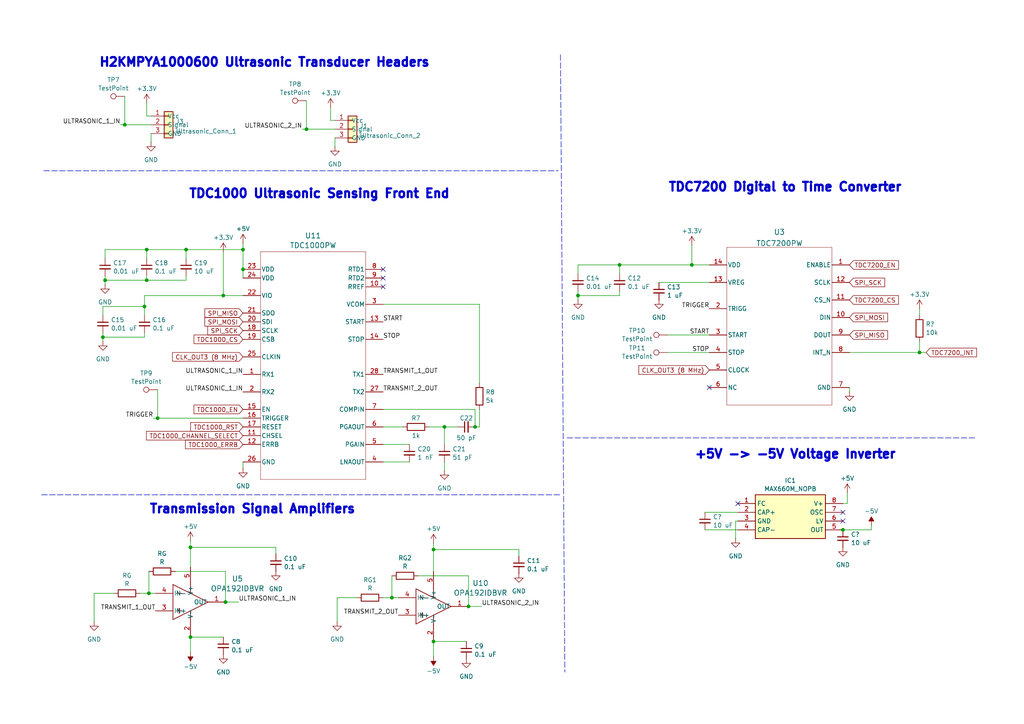
<source format=kicad_sch>
(kicad_sch (version 20231120) (generator "eeschema") (generator_version "8.0")
  (paper "A4")
  (lib_symbols
    (symbol "Connector:TestPoint" (pin_numbers hide) (pin_names (offset 0.762) hide)
      (property "Reference" "TP" (at 0 6.858 0))
      (property "Value" "TestPoint" (at 0 5.08 0))
      (symbol "TestPoint_0_1"
        (circle (center 0 3.302) (radius 0.762))
      )
      (symbol "TestPoint_1_1"
        (pin passive line (at 0 0 90) (length 2.54) (name "1") (number "1"))
      )
    )
    (symbol "Connector_Generic:Conn_01x03" (pin_names (offset 1.016))
      (property "Reference" "J?" (at 2.032 0.9085 0))
      (property "Value" "Ultrasonic_Conn" (at 2.032 -1.8666 0))
      (symbol "Conn_01x03_1_1"
        (rectangle (start -1.27 -2.413) (end 0 -2.667) (stroke (width 0.1524)))
        (rectangle (start -1.27 0.127) (end 0 -0.127) (stroke (width 0.1524)))
        (rectangle (start -1.27 2.667) (end 0 2.413) (stroke (width 0.1524)))
        (rectangle (start -1.27 3.81) (end 1.27 -3.81) (stroke (width 0.254)) (fill (type background)))
        (pin passive line (at -5.08 2.54 0) (length 3.81) (name "Vcc") (number "1"))
        (pin passive line (at -5.08 0 0) (length 3.81) (name "Signal") (number "2"))
        (pin passive line (at -5.08 -2.54 0) (length 3.81) (name "GND") (number "3"))
      )
    )
    (symbol "Device:C_Small" (pin_numbers hide) (pin_names (offset 0.254) hide)
      (property "Reference" "C" (at 0.254 1.778 0))
      (property "Value" "C_Small" (at 0.254 -2.032 0))
      (symbol "C_Small_0_1"
        (polyline (pts (xy -1.524 -0.508) (xy 1.524 -0.508)) (stroke (width 0.3302)))
        (polyline (pts (xy -1.524 0.508) (xy 1.524 0.508)) (stroke (width 0.3048)))
      )
      (symbol "C_Small_1_1"
        (pin passive line (at 0 2.54 270) (length 2.032) (name "~") (number "1"))
        (pin passive line (at 0 -2.54 90) (length 2.032) (name "~") (number "2"))
      )
    )
    (symbol "Device:R" (pin_numbers hide) (pin_names (offset 0))
      (property "Reference" "R" (at 2.032 0 90))
      (property "Value" "R" (at 0 0 90))
      (symbol "R_0_1"
        (rectangle (start -1.016 -2.54) (end 1.016 2.54) (stroke (width 0.254)))
      )
      (symbol "R_1_1"
        (pin passive line (at 0 3.81 270) (length 1.27) (name "~") (number "1"))
        (pin passive line (at 0 -3.81 90) (length 1.27) (name "~") (number "2"))
      )
    )
    (symbol "OPA192 AMP:OPA192IDBVR" (pin_names (offset 0.254))
      (property "Reference" "U" (at 0 2.54 0))
      (property "Value" "OPA192IDBVR" (at 0 0 0))
      (symbol "OPA192IDBVR_0_1"
        (polyline (pts (xy 0 -10.16) (xy 10.16 -5.08)) (stroke (width 0.2032)))
        (polyline (pts (xy 0 0) (xy 0 -10.16)) (stroke (width 0.2032)))
        (polyline (pts (xy 0 0) (xy 10.16 -5.08)) (stroke (width 0.2032)))
        (polyline (pts (xy 1.016 -7.62) (xy 2.54 -7.62)) (stroke (width 0.2032)))
        (polyline (pts (xy 1.016 -2.54) (xy 2.54 -2.54)) (stroke (width 0.2032)))
        (polyline (pts (xy 1.778 -6.858) (xy 1.778 -8.382)) (stroke (width 0.2032)))
        (polyline (pts (xy 5.08 -7.62) (xy 5.08 -10.16)) (stroke (width 0.2032)))
        (polyline (pts (xy 5.08 0) (xy 5.08 -2.54)) (stroke (width 0.2032)))
        (pin output line (at 15.24 -5.08 180) (length 5.08) (name "OUT") (number "1"))
        (pin power_in line (at 5.08 -15.24 90) (length 5.08) (name "V-") (number "2"))
        (pin input line (at -5.08 -7.62 0) (length 5.08) (name "IN+") (number "3"))
        (pin input line (at -5.08 -2.54 0) (length 5.08) (name "IN-") (number "4"))
        (pin power_in line (at 5.08 5.08 270) (length 5.08) (name "V+") (number "5"))
      )
    )
    (symbol "TDC1000:TDC1000PW" (pin_names (offset 0.254))
      (property "Reference" "U" (at 0 2.54 0))
      (property "Value" "TDC1000PW" (at 0 0 0))
      (symbol "TDC1000PW_0_1"
        (polyline (pts (xy -15.24 -33.02) (xy 15.24 -33.02)) (stroke (width 0.1016)))
        (polyline (pts (xy -15.24 33.02) (xy -15.24 -33.02)) (stroke (width 0.1016)))
        (polyline (pts (xy 15.24 -33.02) (xy 15.24 33.02)) (stroke (width 0.1016)))
        (polyline (pts (xy 15.24 33.02) (xy -15.24 33.02)) (stroke (width 0.1016)))
        (pin input line (at -20.32 -2.54 0) (length 5.08) (name "RX1") (number "1"))
        (pin output line (at 20.32 22.86 180) (length 5.08) (name "RREF") (number "10"))
        (pin input line (at -20.32 -20.32 0) (length 5.08) (name "CHSEL") (number "11"))
        (pin output line (at -20.32 -22.86 0) (length 5.08) (name "ERRB") (number "12"))
        (pin output line (at 20.32 12.7 180) (length 5.08) (name "START") (number "13"))
        (pin output line (at 20.32 7.62 180) (length 5.08) (name "STOP") (number "14"))
        (pin input line (at -20.32 -12.7 0) (length 5.08) (name "EN") (number "15"))
        (pin input line (at -20.32 -15.24 0) (length 5.08) (name "TRIGGER") (number "16"))
        (pin input line (at -20.32 -17.78 0) (length 5.08) (name "RESET") (number "17"))
        (pin input line (at -20.32 10.16 0) (length 5.08) (name "SCLK") (number "18"))
        (pin input line (at -20.32 7.62 0) (length 5.08) (name "CSB") (number "19"))
        (pin input line (at -20.32 -7.62 0) (length 5.08) (name "RX2") (number "2"))
        (pin input line (at -20.32 12.7 0) (length 5.08) (name "SDI") (number "20"))
        (pin output line (at -20.32 15.24 0) (length 5.08) (name "SDO") (number "21"))
        (pin power_in line (at -20.32 20.32 0) (length 5.08) (name "VIO") (number "22"))
        (pin power_in line (at -20.32 27.94 0) (length 5.08) (name "VDD") (number "23"))
        (pin power_in line (at -20.32 25.4 0) (length 5.08) (name "VDD") (number "24"))
        (pin input line (at -20.32 2.54 0) (length 5.08) (name "CLKIN") (number "25"))
        (pin power_in line (at -20.32 -27.94 0) (length 5.08) (name "GND") (number "26"))
        (pin output line (at 20.32 -7.62 180) (length 5.08) (name "TX2") (number "27"))
        (pin output line (at 20.32 -2.54 180) (length 5.08) (name "TX1") (number "28"))
        (pin power_in line (at 20.32 17.78 180) (length 5.08) (name "VCOM") (number "3"))
        (pin output line (at 20.32 -27.94 180) (length 5.08) (name "LNAOUT") (number "4"))
        (pin input line (at 20.32 -22.86 180) (length 5.08) (name "PGAIN") (number "5"))
        (pin output line (at 20.32 -17.78 180) (length 5.08) (name "PGAOUT") (number "6"))
        (pin input line (at 20.32 -12.7 180) (length 5.08) (name "COMPIN") (number "7"))
        (pin output line (at 20.32 27.94 180) (length 5.08) (name "RTD1") (number "8"))
        (pin output line (at 20.32 25.4 180) (length 5.08) (name "RTD2") (number "9"))
      )
    )
    (symbol "Voltage Inverter:MAX660M_NOPB"
      (property "Reference" "IC" (at 26.67 7.62 0))
      (property "Value" "MAX660M_NOPB" (at 26.67 5.08 0))
      (symbol "MAX660M_NOPB_1_1"
        (rectangle (start 5.08 2.54) (end 25.4 -10.16) (stroke (width 0.254)) (fill (type background)))
        (pin passive line (at 0 0 0) (length 5.08) (name "FC") (number "1"))
        (pin passive line (at 0 -2.54 0) (length 5.08) (name "CAP+") (number "2"))
        (pin passive line (at 0 -5.08 0) (length 5.08) (name "GND") (number "3"))
        (pin passive line (at 0 -7.62 0) (length 5.08) (name "CAP-") (number "4"))
        (pin passive line (at 30.48 -7.62 180) (length 5.08) (name "OUT") (number "5"))
        (pin passive line (at 30.48 -5.08 180) (length 5.08) (name "LV") (number "6"))
        (pin passive line (at 30.48 -2.54 180) (length 5.08) (name "OSC") (number "7"))
        (pin passive line (at 30.48 0 180) (length 5.08) (name "V+") (number "8"))
      )
    )
    (symbol "power:+3.3V" (power) (pin_numbers hide) (pin_names (offset 0) hide)
      (property "Value" "+3.3V" (at 0 3.556 0))
      (symbol "+3.3V_0_1"
        (polyline (pts (xy -0.762 1.27) (xy 0 2.54)))
        (polyline (pts (xy 0 0) (xy 0 2.54)))
        (polyline (pts (xy 0 2.54) (xy 0.762 1.27)))
      )
      (symbol "+3.3V_1_1"
        (pin power_in line (at 0 0 90) (length 0) (name "~") (number "1"))
      )
    )
    (symbol "power:+5V" (power) (pin_numbers hide) (pin_names (offset 0) hide)
      (property "Value" "+5V" (at 0 3.556 0))
      (symbol "+5V_0_1"
        (polyline (pts (xy -0.762 1.27) (xy 0 2.54)))
        (polyline (pts (xy 0 0) (xy 0 2.54)))
        (polyline (pts (xy 0 2.54) (xy 0.762 1.27)))
      )
      (symbol "+5V_1_1"
        (pin power_in line (at 0 0 90) (length 0) (name "~") (number "1"))
      )
    )
    (symbol "power:-5V" (power) (pin_numbers hide) (pin_names (offset 0) hide)
      (property "Value" "-5V" (at 0 3.556 0))
      (symbol "-5V_0_0"
        (pin power_in line (at 0 0 90) (length 0) (name "~") (number "1"))
      )
      (symbol "-5V_0_1"
        (polyline (pts (xy 0 0) (xy 0 1.27) (xy 0.762 1.27) (xy 0 2.54) (xy -0.762 1.27) (xy 0 1.27)) (fill (type outline)))
      )
    )
    (symbol "power:GND" (power) (pin_numbers hide) (pin_names (offset 0) hide)
      (property "Value" "GND" (at 0 -3.81 0))
      (symbol "GND_0_1"
        (polyline (pts (xy 0 0) (xy 0 -1.27) (xy 1.27 -1.27) (xy 0 -2.54) (xy -1.27 -1.27) (xy 0 -1.27)))
      )
      (symbol "GND_1_1"
        (pin power_in line (at 0 0 270) (length 0) (name "~") (number "1"))
      )
    )
    (symbol "time-to-DC:TDC7200PW" (pin_names (offset 0.254))
      (property "Reference" "U" (at 0 2.54 0))
      (property "Value" "TDC7200PW" (at 0 0 0))
      (symbol "TDC7200PW_0_1"
        (polyline (pts (xy -15.24 -22.86) (xy 15.24 -22.86)) (stroke (width 0.1016)))
        (polyline (pts (xy -15.24 22.86) (xy -15.24 -22.86)) (stroke (width 0.1016)))
        (polyline (pts (xy 15.24 -22.86) (xy 15.24 22.86)) (stroke (width 0.1016)))
        (polyline (pts (xy 15.24 22.86) (xy -15.24 22.86)) (stroke (width 0.1016)))
        (pin input line (at 20.32 17.78 180) (length 5.08) (name "ENABLE") (number "1"))
        (pin input line (at 20.32 2.54 180) (length 5.08) (name "DIN") (number "10"))
        (pin input line (at 20.32 7.62 180) (length 5.08) (name "CS_N") (number "11"))
        (pin input line (at 20.32 12.7 180) (length 5.08) (name "SCLK") (number "12"))
        (pin power_in line (at -20.32 12.7 0) (length 5.08) (name "VREG") (number "13"))
        (pin power_in line (at -20.32 17.78 0) (length 5.08) (name "VDD") (number "14"))
        (pin output line (at -20.32 5.08 0) (length 5.08) (name "TRIGG") (number "2"))
        (pin input line (at -20.32 -2.54 0) (length 5.08) (name "START") (number "3"))
        (pin input line (at -20.32 -7.62 0) (length 5.08) (name "STOP") (number "4"))
        (pin input line (at -20.32 -12.7 0) (length 5.08) (name "CLOCK") (number "5"))
        (pin unspecified line (at -20.32 -17.78 0) (length 5.08) (name "NC") (number "6"))
        (pin power_in line (at 20.32 -17.78 180) (length 5.08) (name "GND") (number "7"))
        (pin output line (at 20.32 -7.62 180) (length 5.08) (name "INT_N") (number "8"))
        (pin output line (at 20.32 -2.54 180) (length 5.08) (name "DOUT") (number "9"))
      )
    )
  )
  (junction (at 42.545 81.28))
  (junction (at 64.77 85.725))
  (junction (at 53.975 72.39))
  (junction (at 65.405 174.625))
  (junction (at 200.66 76.835))
  (junction (at 41.91 88.9))
  (junction (at 42.545 72.39))
  (junction (at 70.485 78.105))
  (junction (at 179.705 76.835))
  (junction (at 30.48 81.28))
  (junction (at 55.245 184.785))
  (junction (at 113.665 173.355))
  (junction (at 137.795 123.825))
  (junction (at 29.845 97.79))
  (junction (at 125.73 186.055))
  (junction (at 55.245 158.75))
  (junction (at 36.195 36.195))
  (junction (at 43.18 172.085))
  (junction (at 70.485 72.39))
  (junction (at 244.475 153.67))
  (junction (at 266.7 102.235))
  (junction (at 128.905 123.825))
  (junction (at 135.89 175.895))
  (junction (at 45.72 121.285))
  (junction (at 167.64 85.725))
  (junction (at 88.9 37.465))
  (junction (at 125.73 159.385))
  (no_connect (at 244.475 148.59))
  (no_connect (at 111.125 78.105))
  (no_connect (at 111.125 80.645))
  (no_connect (at 213.995 146.05))
  (no_connect (at 244.475 151.13))
  (no_connect (at 205.74 112.395))
  (no_connect (at 111.125 83.185))
  (wire (pts (xy 30.48 74.93) (xy 30.48 72.39)))
  (wire (pts (xy 97.79 173.355) (xy 97.79 180.34)))
  (wire (pts (xy 252.73 152.4) (xy 252.73 153.67)))
  (wire (pts (xy 167.64 76.835) (xy 179.705 76.835)))
  (wire (pts (xy 116.84 123.825) (xy 111.125 123.825)))
  (wire (pts (xy 125.73 157.48) (xy 125.73 159.385)))
  (wire (pts (xy 55.245 156.845) (xy 55.245 158.75)))
  (wire (pts (xy 128.905 123.825) (xy 128.905 128.905)))
  (wire (pts (xy 200.66 71.12) (xy 200.66 76.835)))
  (wire (pts (xy 128.905 123.825) (xy 132.715 123.825)))
  (wire (pts (xy 30.48 82.55) (xy 30.48 81.28)))
  (wire (pts (xy 204.47 153.67) (xy 213.995 153.67)))
  (wire (pts (xy 29.845 91.44) (xy 29.845 88.9)))
  (wire (pts (xy 137.795 123.825) (xy 139.065 123.825)))
  (wire (pts (xy 213.995 148.59) (xy 204.47 148.59)))
  (wire (pts (xy 65.405 174.625) (xy 69.215 174.625)))
  (wire (pts (xy 55.245 184.785) (xy 55.245 189.23)))
  (wire (pts (xy 97.155 34.925) (xy 95.885 34.925)))
  (wire (pts (xy 43.815 38.735) (xy 43.815 41.275)))
  (wire (pts (xy 193.675 97.155) (xy 205.74 97.155)))
  (wire (pts (xy 111.125 173.355) (xy 113.665 173.355)))
  (wire (pts (xy 179.705 76.835) (xy 200.66 76.835)))
  (wire (pts (xy 44.45 121.285) (xy 45.72 121.285)))
  (wire (pts (xy 113.665 173.355) (xy 115.57 173.355)))
  (wire (pts (xy 70.485 78.105) (xy 70.485 80.645)))
  (wire (pts (xy 43.815 33.655) (xy 42.545 33.655)))
  (wire (pts (xy 125.73 186.055) (xy 125.73 190.5)))
  (wire (pts (xy 118.745 128.905) (xy 111.125 128.905)))
  (wire (pts (xy 88.9 29.21) (xy 88.9 37.465)))
  (wire (pts (xy 266.7 99.06) (xy 266.7 102.235)))
  (wire (pts (xy 41.91 88.9) (xy 41.91 85.725)))
  (wire (pts (xy 193.675 102.235) (xy 205.74 102.235)))
  (wire (pts (xy 29.845 88.9) (xy 41.91 88.9)))
  (wire (pts (xy 111.125 88.265) (xy 139.065 88.265)))
  (wire (pts (xy 103.505 173.355) (xy 97.79 173.355)))
  (wire (pts (xy 245.745 146.05) (xy 245.745 142.875)))
  (wire (pts (xy 167.64 85.725) (xy 179.705 85.725)))
  (polyline (pts (xy 162.56 15.875) (xy 163.83 194.945)) (stroke (width 0) (type dash)))
  (wire (pts (xy 135.89 175.895) (xy 135.89 167.005)))
  (wire (pts (xy 179.705 76.835) (xy 179.705 79.375)))
  (wire (pts (xy 64.77 184.785) (xy 55.245 184.785)))
  (wire (pts (xy 167.64 79.375) (xy 167.64 76.835)))
  (wire (pts (xy 70.485 72.39) (xy 70.485 78.105)))
  (wire (pts (xy 137.795 118.745) (xy 137.795 123.825)))
  (wire (pts (xy 95.885 31.115) (xy 95.885 34.925)))
  (polyline (pts (xy 164.465 127) (xy 283.21 127)) (stroke (width 0) (type dash)))
  (polyline (pts (xy 12.065 143.51) (xy 162.56 143.51)) (stroke (width 0) (type dash)))
  (wire (pts (xy 45.72 113.03) (xy 45.72 121.285)))
  (wire (pts (xy 213.36 151.13) (xy 213.36 156.21)))
  (wire (pts (xy 43.18 165.735) (xy 43.18 172.085)))
  (wire (pts (xy 150.495 161.29) (xy 150.495 159.385)))
  (wire (pts (xy 125.73 159.385) (xy 125.73 165.735)))
  (wire (pts (xy 128.905 136.525) (xy 128.905 133.985)))
  (wire (pts (xy 64.77 85.725) (xy 41.91 85.725)))
  (wire (pts (xy 30.48 72.39) (xy 42.545 72.39)))
  (polyline (pts (xy 12.7 49.53) (xy 161.925 49.53)) (stroke (width 0) (type dash)))
  (wire (pts (xy 55.245 158.75) (xy 55.245 164.465)))
  (wire (pts (xy 246.38 113.665) (xy 246.38 112.395)))
  (wire (pts (xy 266.7 102.235) (xy 246.38 102.235)))
  (wire (pts (xy 80.01 160.655) (xy 80.01 158.75)))
  (wire (pts (xy 42.545 81.28) (xy 42.545 80.01)))
  (wire (pts (xy 42.545 29.845) (xy 42.545 33.655)))
  (wire (pts (xy 30.48 81.28) (xy 30.48 80.01)))
  (wire (pts (xy 70.485 85.725) (xy 64.77 85.725)))
  (wire (pts (xy 53.975 72.39) (xy 53.975 74.93)))
  (wire (pts (xy 97.155 40.005) (xy 97.155 42.545)))
  (wire (pts (xy 53.975 80.01) (xy 53.975 81.28)))
  (wire (pts (xy 30.48 81.28) (xy 42.545 81.28)))
  (wire (pts (xy 41.91 88.9) (xy 41.91 91.44)))
  (wire (pts (xy 40.64 172.085) (xy 43.18 172.085)))
  (wire (pts (xy 191.135 81.915) (xy 205.74 81.915)))
  (wire (pts (xy 118.745 133.985) (xy 111.125 133.985)))
  (wire (pts (xy 29.845 99.06) (xy 29.845 97.79)))
  (wire (pts (xy 139.065 88.265) (xy 139.065 111.125)))
  (wire (pts (xy 244.475 146.05) (xy 245.745 146.05)))
  (wire (pts (xy 41.91 97.79) (xy 41.91 96.52)))
  (wire (pts (xy 124.46 123.825) (xy 128.905 123.825)))
  (wire (pts (xy 33.02 172.085) (xy 27.305 172.085)))
  (wire (pts (xy 29.845 97.79) (xy 29.845 96.52)))
  (wire (pts (xy 167.64 85.725) (xy 167.64 84.455)))
  (wire (pts (xy 113.665 167.005) (xy 113.665 173.355)))
  (wire (pts (xy 42.545 81.28) (xy 53.975 81.28)))
  (wire (pts (xy 36.195 36.195) (xy 43.815 36.195)))
  (wire (pts (xy 135.89 175.895) (xy 139.7 175.895)))
  (wire (pts (xy 29.845 97.79) (xy 41.91 97.79)))
  (wire (pts (xy 65.405 174.625) (xy 65.405 165.735)))
  (wire (pts (xy 266.7 89.535) (xy 266.7 91.44)))
  (wire (pts (xy 43.18 172.085) (xy 45.085 172.085)))
  (wire (pts (xy 179.705 85.725) (xy 179.705 84.455)))
  (wire (pts (xy 42.545 72.39) (xy 42.545 74.93)))
  (wire (pts (xy 87.63 37.465) (xy 88.9 37.465)))
  (wire (pts (xy 200.66 76.835) (xy 205.74 76.835)))
  (wire (pts (xy 64.77 73.025) (xy 64.77 85.725)))
  (wire (pts (xy 70.485 135.89) (xy 70.485 133.985)))
  (wire (pts (xy 139.065 123.825) (xy 139.065 118.745)))
  (wire (pts (xy 80.01 158.75) (xy 55.245 158.75)))
  (wire (pts (xy 252.73 153.67) (xy 244.475 153.67)))
  (wire (pts (xy 53.975 72.39) (xy 70.485 72.39)))
  (wire (pts (xy 36.195 27.94) (xy 36.195 36.195)))
  (wire (pts (xy 65.405 165.735) (xy 50.8 165.735)))
  (wire (pts (xy 42.545 72.39) (xy 53.975 72.39)))
  (wire (pts (xy 268.605 102.235) (xy 266.7 102.235)))
  (wire (pts (xy 150.495 159.385) (xy 125.73 159.385)))
  (wire (pts (xy 45.72 121.285) (xy 70.485 121.285)))
  (wire (pts (xy 70.485 70.485) (xy 70.485 72.39)))
  (wire (pts (xy 135.89 167.005) (xy 121.285 167.005)))
  (wire (pts (xy 27.305 172.085) (xy 27.305 180.34)))
  (wire (pts (xy 167.64 86.995) (xy 167.64 85.725)))
  (wire (pts (xy 135.255 186.055) (xy 125.73 186.055)))
  (wire (pts (xy 34.925 36.195) (xy 36.195 36.195)))
  (wire (pts (xy 88.9 37.465) (xy 97.155 37.465)))
  (wire (pts (xy 111.125 118.745) (xy 137.795 118.745)))
  (wire (pts (xy 213.36 151.13) (xy 213.995 151.13)))
  (text "H2KMPYA1000600 Ultrasonic Transducer Headers" (at 28.575 19.685 0) (effects (font (size 2.54 2.54) (thickness 0.762) (bold yes)) (justify left bottom)))
  (text "Transmission Signal Amplifiers" (at 43.18 149.225 0) (effects (font (size 2.54 2.54) (thickness 0.762) (bold yes)) (justify left bottom)))
  (text "TDC7200 Digital to Time Converter" (at 193.675 55.88 0) (effects (font (size 2.54 2.54) (thickness 0.762) (bold yes)) (justify left bottom)))
  (text "TDC1000 Ultrasonic Sensing Front End" (at 54.61 57.785 0) (effects (font (size 2.54 2.54) (thickness 0.762) (bold yes)) (justify left bottom)))
  (text "+5V -> -5V Voltage Inverter" (at 201.295 133.35 0) (effects (font (size 2.54 2.54) (thickness 0.762) (bold yes)) (justify left bottom)))
  (label "START" (at 111.125 93.345 0))
  (label "TRIGGER" (at 205.74 89.535 180))
  (label "ULTRASONIC_1_IN" (at 70.485 108.585 180))
  (label "START" (at 205.74 97.155 180))
  (label "TRANSMIT_1_OUT" (at 111.125 108.585 0))
  (label "TRANSMIT_2_OUT" (at 111.125 113.665 0))
  (label "TRIGGER" (at 44.45 121.285 180))
  (label "STOP" (at 111.125 98.425 0))
  (label "ULTRASONIC_2_IN" (at 139.7 175.895 0))
  (label "STOP" (at 205.74 102.235 180))
  (label "ULTRASONIC_1_IN" (at 34.925 36.195 180))
  (label "ULTRASONIC_2_IN" (at 87.63 37.465 180))
  (label "TRANSMIT_1_OUT" (at 45.085 177.165 180))
  (label "ULTRASONIC_1_IN" (at 70.485 113.665 180))
  (label "TRANSMIT_2_OUT" (at 115.57 178.435 180))
  (label "ULTRASONIC_1_IN" (at 69.215 174.625 0))
  (global_label "SPI_SCK" (shape input) (at 246.38 81.915 0) (property "Intersheetrefs" "${INTERSHEET_REFS}" (effects (hide yes))))
  (global_label "SPI_MOSI" (shape input) (at 246.38 92.075 0) (property "Intersheetrefs" "${INTERSHEET_REFS}" (effects (hide yes))))
  (global_label "TDC1000_RST" (shape input) (at 70.485 123.825 180) (property "Intersheetrefs" "${INTERSHEET_REFS}" (effects (hide yes))))
  (global_label "TDC7200_EN" (shape input) (at 246.38 76.835 0) (property "Intersheetrefs" "${INTERSHEET_REFS}" (effects (hide yes))))
  (global_label "SPI_MOSI" (shape input) (at 70.485 93.345 180) (property "Intersheetrefs" "${INTERSHEET_REFS}" (effects (hide yes))))
  (global_label "TDC7200_CS" (shape input) (at 246.38 86.995 0) (property "Intersheetrefs" "${INTERSHEET_REFS}" (effects (hide yes))))
  (global_label "SPI_MISO" (shape input) (at 70.485 90.805 180) (property "Intersheetrefs" "${INTERSHEET_REFS}" (effects (hide yes))))
  (global_label "TDC1000_CS" (shape input) (at 70.485 98.425 180) (property "Intersheetrefs" "${INTERSHEET_REFS}" (effects (hide yes))))
  (global_label "CLK_OUT3 (8 MHz)" (shape input) (at 205.74 107.315 180) (property "Intersheetrefs" "${INTERSHEET_REFS}" (effects (hide yes))))
  (global_label "TDC1000_CHANNEL_SELECT" (shape input) (at 70.485 126.365 180) (property "Intersheetrefs" "${INTERSHEET_REFS}" (effects (hide yes))))
  (global_label "SPI_SCK" (shape input) (at 70.485 95.885 180) (property "Intersheetrefs" "${INTERSHEET_REFS}" (effects (hide yes))))
  (global_label "TDC7200_INT" (shape input) (at 268.605 102.235 0) (property "Intersheetrefs" "${INTERSHEET_REFS}" (effects (hide yes))))
  (global_label "TDC1000_EN" (shape input) (at 70.485 118.745 180) (property "Intersheetrefs" "${INTERSHEET_REFS}" (effects (hide yes))))
  (global_label "CLK_OUT3 (8 MHz)" (shape input) (at 70.485 103.505 180) (property "Intersheetrefs" "${INTERSHEET_REFS}" (effects (hide yes))))
  (global_label "TDC1000_ERRB" (shape input) (at 70.485 128.905 180) (property "Intersheetrefs" "${INTERSHEET_REFS}" (effects (hide yes))))
  (global_label "SPI_MISO" (shape input) (at 246.38 97.155 0) (property "Intersheetrefs" "${INTERSHEET_REFS}" (effects (hide yes))))
  (symbol (lib_id "power:+3.3V") (at 266.7 89.535 0) (unit 1)
    (property "Reference" "#PWR053" (effects (hide yes)))
    (property "Value" "+3.3V" (at 266.7 85.4019 0))
    (property "Description" "Power symbol creates a global label with name \"+3.3V\"" (effects (hide yes)))
  )
  (symbol (lib_id "Connector:TestPoint") (at 88.9 29.21 90) (unit 1)
    (property "Reference" "TP8" (at 85.598 24.4305 90))
    (property "Value" "TestPoint" (at 85.598 26.8548 90))
    (property "Description" "test point" (effects (hide yes)))
  )
  (symbol (lib_id "Connector:TestPoint") (at 193.675 102.235 90) (unit 1)
    (property "Reference" "TP11" (at 184.785 100.965 90))
    (property "Value" "TestPoint" (at 184.785 103.3893 90))
    (property "Description" "test point" (effects (hide yes)))
  )
  (symbol (lib_id "power:GND") (at 70.485 135.89 0) (unit 1)
    (property "Reference" "#PWR051" (effects (hide yes)))
    (property "Value" "GND" (at 70.485 140.97 0))
    (property "Description" "Power symbol creates a global label with name \"GND\" , ground" (effects (hide yes)))
  )
  (symbol (lib_id "power:GND") (at 150.495 166.37 0) (unit 1)
    (property "Reference" "#PWR038" (effects (hide yes)))
    (property "Value" "GND" (at 150.495 171.45 0))
    (property "Description" "Power symbol creates a global label with name \"GND\" , ground" (effects (hide yes)))
  )
  (symbol (lib_id "power:+3.3V") (at 95.885 31.115 0) (unit 1)
    (property "Reference" "#PWR05" (effects (hide yes)))
    (property "Value" "+3.3V" (at 95.885 26.9819 0))
    (property "Description" "Power symbol creates a global label with name \"+3.3V\"" (effects (hide yes)))
  )
  (symbol (lib_id "Connector:TestPoint") (at 193.675 97.155 90) (unit 1)
    (property "Reference" "TP10" (at 184.785 95.885 90))
    (property "Value" "TestPoint" (at 184.785 98.3093 90))
    (property "Description" "test point" (effects (hide yes)))
  )
  (symbol (lib_id "Device:R") (at 266.7 95.25 0) (unit 1)
    (property "Reference" "R?" (at 268.478 94.0378 0) (effects (justify left)))
    (property "Value" "10k" (at 268.478 96.4621 0) (effects (justify left)))
    (property "Description" "Resistor" (effects (hide yes)))
  )
  (symbol (lib_id "Connector:TestPoint") (at 45.72 113.03 90) (unit 1)
    (property "Reference" "TP9" (at 42.418 108.2505 90))
    (property "Value" "TestPoint" (at 42.418 110.6748 90))
    (property "Description" "test point" (effects (hide yes)))
  )
  (symbol (lib_id "power:+5V") (at 70.485 70.485 0) (unit 1)
    (property "Reference" "#PWR055" (effects (hide yes)))
    (property "Value" "+5V" (at 70.485 66.3519 0))
    (property "Description" "Power symbol creates a global label with name \"+5V\"" (effects (hide yes)))
  )
  (symbol (lib_id "Device:C_Small") (at 150.495 163.83 0) (unit 1)
    (property "Reference" "C11" (at 152.8191 162.6241 0) (effects (justify left)))
    (property "Value" "0.1 uF" (at 152.8191 165.0484 0) (effects (justify left)))
    (property "Description" "Unpolarized capacitor, small symbol" (effects (hide yes)))
  )
  (symbol (lib_id "power:GND") (at 64.77 189.865 0) (unit 1)
    (property "Reference" "#PWR033" (effects (hide yes)))
    (property "Value" "GND" (at 64.77 194.945 0))
    (property "Description" "Power symbol creates a global label with name \"GND\" , ground" (effects (hide yes)))
  )
  (symbol (lib_id "power:+3.3V") (at 64.77 73.025 0) (unit 1)
    (property "Reference" "#PWR052" (effects (hide yes)))
    (property "Value" "+3.3V" (at 64.77 68.8919 0))
    (property "Description" "Power symbol creates a global label with name \"+3.3V\"" (effects (hide yes)))
  )
  (symbol (lib_id "Connector:TestPoint") (at 36.195 27.94 90) (unit 1)
    (property "Reference" "TP7" (at 32.893 23.1605 90))
    (property "Value" "TestPoint" (at 32.893 25.5848 90))
    (property "Description" "test point" (effects (hide yes)))
  )
  (symbol (lib_id "TDC1000:TDC1000PW") (at 90.805 106.045 0) (unit 1)
    (property "Reference" "U11" (at 90.805 68.3438 0) (effects (font (size 1.524 1.524))))
    (property "Value" "TDC1000PW" (at 90.805 71.1767 0) (effects (font (size 1.524 1.524))))
    (property "Footprint" "PW0028A_N" (effects (hide yes)))
    (property "Datasheet" "TDC1000PW" (effects (hide yes)))
  )
  (symbol (lib_id "Device:C_Small") (at 135.255 188.595 0) (unit 1)
    (property "Reference" "C9" (at 137.5791 187.3891 0) (effects (justify left)))
    (property "Value" "0.1 uF" (at 137.5791 189.8134 0) (effects (justify left)))
    (property "Description" "Unpolarized capacitor, small symbol" (effects (hide yes)))
  )
  (symbol (lib_id "Device:R") (at 117.475 167.005 90) (unit 1)
    (property "Reference" "RG2" (at 117.475 161.8445 90))
    (property "Value" "R" (at 117.475 164.2688 90))
    (property "Description" "Resistor" (effects (hide yes)))
  )
  (symbol (lib_id "OPA192 AMP:OPA192IDBVR") (at 120.65 170.815 0) (unit 1)
    (property "Reference" "U10" (at 139.3725 169.1371 0) (effects (font (size 1.524 1.524))))
    (property "Value" "OPA192IDBVR" (at 139.3725 171.97 0) (effects (font (size 1.524 1.524))))
    (property "Footprint" "DBV0005A_N" (effects (hide yes)))
    (property "Datasheet" "OPA192IDBVR" (effects (hide yes)))
  )
  (symbol (lib_id "power:-5V") (at 55.245 189.23 180) (unit 1)
    (property "Reference" "#PWR045" (effects (hide yes)))
    (property "Value" "-5V" (at 55.245 193.3631 0))
    (property "Description" "Power symbol creates a global label with name \"-5V\"" (effects (hide yes)))
  )
  (symbol (lib_id "Connector_Generic:Conn_01x03") (at 48.895 36.195 0) (unit 1)
    (property "Reference" "J3" (at 50.927 35.2865 0) (effects (justify left)))
    (property "Value" "Ultrasonic_Conn_1" (at 50.927 38.0616 0) (effects (justify left)))
  )
  (symbol (lib_id "power:GND") (at 135.255 191.135 0) (unit 1)
    (property "Reference" "#PWR046" (effects (hide yes)))
    (property "Value" "GND" (at 135.255 196.215 0))
    (property "Description" "Power symbol creates a global label with name \"GND\" , ground" (effects (hide yes)))
  )
  (symbol (lib_id "Device:C_Small") (at 42.545 77.47 0) (unit 1)
    (property "Reference" "C18" (at 44.8691 76.2641 0) (effects (justify left)))
    (property "Value" "0.1 uF" (at 44.8691 78.6884 0) (effects (justify left)))
    (property "Description" "Unpolarized capacitor, small symbol" (effects (hide yes)))
  )
  (symbol (lib_id "Device:C_Small") (at 29.845 93.98 0) (unit 1)
    (property "Reference" "C15" (at 32.1691 92.7741 0) (effects (justify left)))
    (property "Value" "0.01 uF" (at 32.1691 95.1984 0) (effects (justify left)))
    (property "Description" "Unpolarized capacitor, small symbol" (effects (hide yes)))
  )
  (symbol (lib_id "Device:C_Small") (at 30.48 77.47 0) (unit 1)
    (property "Reference" "C17" (at 32.8041 76.2641 0) (effects (justify left)))
    (property "Value" "0.01 uF" (at 32.8041 78.6884 0) (effects (justify left)))
    (property "Description" "Unpolarized capacitor, small symbol" (effects (hide yes)))
  )
  (symbol (lib_id "power:GND") (at 29.845 99.06 0) (unit 1)
    (property "Reference" "#PWR054" (effects (hide yes)))
    (property "Value" "GND" (at 29.845 104.14 0))
    (property "Description" "Power symbol creates a global label with name \"GND\" , ground" (effects (hide yes)))
  )
  (symbol (lib_id "power:+3.3V") (at 200.66 71.12 0) (unit 1)
    (property "Reference" "#PWR048" (effects (hide yes)))
    (property "Value" "+3.3V" (at 200.66 66.9869 0))
    (property "Description" "Power symbol creates a global label with name \"+3.3V\"" (effects (hide yes)))
  )
  (symbol (lib_id "power:GND") (at 43.815 41.275 0) (unit 1)
    (property "Reference" "#PWR013" (effects (hide yes)))
    (property "Value" "GND" (at 43.815 46.355 0))
    (property "Description" "Power symbol creates a global label with name \"GND\" , ground" (effects (hide yes)))
  )
  (symbol (lib_id "Device:C_Small") (at 191.135 84.455 0) (unit 1)
    (property "Reference" "C13" (at 193.4591 83.2491 0) (effects (justify left)))
    (property "Value" "1 uF" (at 193.4591 85.6734 0) (effects (justify left)))
    (property "Description" "Unpolarized capacitor, small symbol" (effects (hide yes)))
  )
  (symbol (lib_id "power:GND") (at 128.905 136.525 0) (unit 1)
    (property "Reference" "#PWR057" (effects (hide yes)))
    (property "Value" "GND" (at 128.905 141.605 0))
    (property "Description" "Power symbol creates a global label with name \"GND\" , ground" (effects (hide yes)))
  )
  (symbol (lib_id "Device:C_Small") (at 167.64 81.915 0) (unit 1)
    (property "Reference" "C14" (at 169.9641 80.7091 0) (effects (justify left)))
    (property "Value" "0.01 uF" (at 169.9641 83.1334 0) (effects (justify left)))
    (property "Description" "Unpolarized capacitor, small symbol" (effects (hide yes)))
  )
  (symbol (lib_id "Device:C_Small") (at 244.475 156.21 0) (unit 1)
    (property "Reference" "C?" (at 246.7991 155.0041 0) (effects (justify left)))
    (property "Value" "10 uF" (at 246.7991 157.4284 0) (effects (justify left)))
    (property "Description" "Unpolarized capacitor, small symbol" (effects (hide yes)))
  )
  (symbol (lib_id "Device:R") (at 46.99 165.735 90) (unit 1)
    (property "Reference" "RG" (at 46.99 160.5745 90))
    (property "Value" "R" (at 46.99 162.9988 90))
    (property "Description" "Resistor" (effects (hide yes)))
  )
  (symbol (lib_id "Device:C_Small") (at 179.705 81.915 0) (unit 1)
    (property "Reference" "C12" (at 182.0291 80.7091 0) (effects (justify left)))
    (property "Value" "0.1 uF" (at 182.0291 83.1334 0) (effects (justify left)))
    (property "Description" "Unpolarized capacitor, small symbol" (effects (hide yes)))
  )
  (symbol (lib_id "Voltage Inverter:MAX660M_NOPB") (at 213.995 146.05 0) (unit 1)
    (property "Reference" "IC1" (at 229.235 139.3655 0))
    (property "Value" "MAX660M_NOPB" (at 229.235 141.7898 0))
    (property "Footprint" "SOIC127P600X175-8N" (effects (hide yes)))
    (property "Datasheet" "https://datasheet.datasheetarchive.com/originals/distributors/Datasheets-SFU2/DSASFU100036102.pdf" (effects (hide yes)))
    (property "Description" "10 kHz/80 kHz switched capacitor voltage converter" (effects (hide yes)))
    (property "Height" "1.75" (effects (hide yes)))
    (property "Mouser Part Number" "926-MAX660M/NOPB" (effects (hide yes)))
    (property "Mouser Price/Stock" "https://www.mouser.co.uk/ProductDetail/Texas-Instruments/MAX660M-NOPB?qs=8uBHJDVwVqzVJDObDSbkhg%3D%3D" (effects (hide yes)))
    (property "Manufacturer_Name" "Texas Instruments" (effects (hide yes)))
    (property "Manufacturer_Part_Number" "MAX660M/NOPB" (effects (hide yes)))
  )
  (symbol (lib_id "Device:C_Small") (at 64.77 187.325 0) (unit 1)
    (property "Reference" "C8" (at 67.0941 186.1191 0) (effects (justify left)))
    (property "Value" "0.1 uF" (at 67.0941 188.5434 0) (effects (justify left)))
    (property "Description" "Unpolarized capacitor, small symbol" (effects (hide yes)))
  )
  (symbol (lib_id "Device:C_Small") (at 118.745 131.445 0) (unit 1)
    (property "Reference" "C20" (at 121.0691 130.2391 0) (effects (justify left)))
    (property "Value" "1 nF" (at 121.0691 132.6634 0) (effects (justify left)))
    (property "Description" "Unpolarized capacitor, small symbol" (effects (hide yes)))
  )
  (symbol (lib_id "power:GND") (at 244.475 158.75 0) (unit 1)
    (property "Reference" "#PWR041" (effects (hide yes)))
    (property "Value" "GND" (at 244.475 163.83 0))
    (property "Description" "Power symbol creates a global label with name \"GND\" , ground" (effects (hide yes)))
  )
  (symbol (lib_id "power:GND") (at 97.155 42.545 0) (unit 1)
    (property "Reference" "#PWR07" (effects (hide yes)))
    (property "Value" "GND" (at 97.155 47.625 0))
    (property "Description" "Power symbol creates a global label with name \"GND\" , ground" (effects (hide yes)))
  )
  (symbol (lib_id "Device:R") (at 139.065 114.935 0) (unit 1)
    (property "Reference" "R8" (at 140.843 113.7228 0) (effects (justify left)))
    (property "Value" "5k" (at 140.843 116.1471 0) (effects (justify left)))
    (property "Description" "Resistor" (effects (hide yes)))
  )
  (symbol (lib_id "Device:C_Small") (at 53.975 77.47 0) (unit 1)
    (property "Reference" "C19" (at 56.2991 76.2641 0) (effects (justify left)))
    (property "Value" "10 uF" (at 56.2991 78.6884 0) (effects (justify left)))
    (property "Description" "Unpolarized capacitor, small symbol" (effects (hide yes)))
  )
  (symbol (lib_id "time-to-DC:TDC7200PW") (at 226.06 94.615 0) (unit 1)
    (property "Reference" "U3" (at 226.06 67.3003 0) (effects (font (size 1.524 1.524))))
    (property "Value" "TDC7200PW" (at 226.06 70.5793 0) (effects (font (size 1.524 1.524))))
    (property "Footprint" "PW0014A_N" (effects (hide yes)))
    (property "Datasheet" "TDC7200PW" (effects (hide yes)))
  )
  (symbol (lib_id "Connector_Generic:Conn_01x03") (at 102.235 37.465 0) (unit 1)
    (property "Reference" "J1" (at 104.267 36.5565 0) (effects (justify left)))
    (property "Value" "Ultrasonic_Conn_2" (at 104.267 39.3316 0) (effects (justify left)))
  )
  (symbol (lib_id "Device:R") (at 36.83 172.085 90) (unit 1)
    (property "Reference" "RG" (at 36.83 166.9245 90))
    (property "Value" "R" (at 36.83 169.3488 90))
    (property "Description" "Resistor" (effects (hide yes)))
  )
  (symbol (lib_id "power:+5V") (at 245.745 142.875 0) (unit 1)
    (property "Reference" "#PWR043" (effects (hide yes)))
    (property "Value" "+5V" (at 245.745 138.7419 0))
    (property "Description" "Power symbol creates a global label with name \"+5V\"" (effects (hide yes)))
  )
  (symbol (lib_id "power:GND") (at 97.79 180.34 0) (unit 1)
    (property "Reference" "#PWR040" (effects (hide yes)))
    (property "Value" "GND" (at 97.79 185.42 0))
    (property "Description" "Power symbol creates a global label with name \"GND\" , ground" (effects (hide yes)))
  )
  (symbol (lib_id "Device:C_Small") (at 135.255 123.825 90) (unit 1)
    (property "Reference" "C22" (at 135.255 121.285 90))
    (property "Value" "50 pF" (at 135.255 127 90))
    (property "Description" "Unpolarized capacitor, small symbol" (effects (hide yes)))
  )
  (symbol (lib_id "power:GND") (at 30.48 82.55 0) (unit 1)
    (property "Reference" "#PWR056" (effects (hide yes)))
    (property "Value" "GND" (at 30.48 87.63 0))
    (property "Description" "Power symbol creates a global label with name \"GND\" , ground" (effects (hide yes)))
  )
  (symbol (lib_id "Device:C_Small") (at 128.905 131.445 0) (unit 1)
    (property "Reference" "C21" (at 131.2291 130.2391 0) (effects (justify left)))
    (property "Value" "51 pF" (at 131.2291 132.6634 0) (effects (justify left)))
    (property "Description" "Unpolarized capacitor, small symbol" (effects (hide yes)))
  )
  (symbol (lib_id "power:GND") (at 80.01 165.735 0) (unit 1)
    (property "Reference" "#PWR037" (effects (hide yes)))
    (property "Value" "GND" (at 80.01 170.815 0))
    (property "Description" "Power symbol creates a global label with name \"GND\" , ground" (effects (hide yes)))
  )
  (symbol (lib_id "power:GND") (at 27.305 180.34 0) (unit 1)
    (property "Reference" "#PWR039" (effects (hide yes)))
    (property "Value" "GND" (at 27.305 185.42 0))
    (property "Description" "Power symbol creates a global label with name \"GND\" , ground" (effects (hide yes)))
  )
  (symbol (lib_id "power:+5V") (at 125.73 157.48 0) (unit 1)
    (property "Reference" "#PWR036" (effects (hide yes)))
    (property "Value" "+5V" (at 125.73 153.3469 0))
    (property "Description" "Power symbol creates a global label with name \"+5V\"" (effects (hide yes)))
  )
  (symbol (lib_id "power:-5V") (at 252.73 152.4 0) (unit 1)
    (property "Reference" "#PWR044" (effects (hide yes)))
    (property "Value" "-5V" (at 252.73 148.2669 0))
    (property "Description" "Power symbol creates a global label with name \"-5V\"" (effects (hide yes)))
  )
  (symbol (lib_id "Device:C_Small") (at 80.01 163.195 0) (unit 1)
    (property "Reference" "C10" (at 82.3341 161.9891 0) (effects (justify left)))
    (property "Value" "0.1 uF" (at 82.3341 164.4134 0) (effects (justify left)))
    (property "Description" "Unpolarized capacitor, small symbol" (effects (hide yes)))
  )
  (symbol (lib_id "power:GND") (at 213.36 156.21 0) (unit 1)
    (property "Reference" "#PWR042" (effects (hide yes)))
    (property "Value" "GND" (at 213.36 161.29 0))
    (property "Description" "Power symbol creates a global label with name \"GND\" , ground" (effects (hide yes)))
  )
  (symbol (lib_id "Device:R") (at 120.65 123.825 270) (unit 1)
    (property "Reference" "R7" (at 120.65 121.285 90))
    (property "Value" "1k" (at 120.65 126.365 90))
    (property "Description" "Resistor" (effects (hide yes)))
  )
  (symbol (lib_id "Device:C_Small") (at 204.47 151.13 0) (unit 1)
    (property "Reference" "C?" (at 206.7941 149.9241 0) (effects (justify left)))
    (property "Value" "10 uF" (at 206.7941 152.3484 0) (effects (justify left)))
    (property "Description" "Unpolarized capacitor, small symbol" (effects (hide yes)))
  )
  (symbol (lib_id "power:GND") (at 191.135 86.995 0) (unit 1)
    (property "Reference" "#PWR050" (effects (hide yes)))
    (property "Value" "GND" (at 191.135 92.075 0))
    (property "Description" "Power symbol creates a global label with name \"GND\" , ground" (effects (hide yes)))
  )
  (symbol (lib_id "OPA192 AMP:OPA192IDBVR") (at 50.165 169.545 0) (unit 1)
    (property "Reference" "U5" (at 68.8875 167.8671 0) (effects (font (size 1.524 1.524))))
    (property "Value" "OPA192IDBVR" (at 68.8875 170.7 0) (effects (font (size 1.524 1.524))))
    (property "Footprint" "DBV0005A_N" (effects (hide yes)))
    (property "Datasheet" "OPA192IDBVR" (effects (hide yes)))
  )
  (symbol (lib_id "Device:R") (at 107.315 173.355 90) (unit 1)
    (property "Reference" "RG1" (at 107.315 168.1945 90))
    (property "Value" "R" (at 107.315 170.6188 90))
    (property "Description" "Resistor" (effects (hide yes)))
  )
  (symbol (lib_id "power:GND") (at 167.64 86.995 0) (unit 1)
    (property "Reference" "#PWR049" (effects (hide yes)))
    (property "Value" "GND" (at 167.64 92.075 0))
    (property "Description" "Power symbol creates a global label with name \"GND\" , ground" (effects (hide yes)))
  )
  (symbol (lib_id "Device:C_Small") (at 41.91 93.98 0) (unit 1)
    (property "Reference" "C16" (at 44.2341 92.7741 0) (effects (justify left)))
    (property "Value" "0.1 uF" (at 44.2341 95.1984 0) (effects (justify left)))
    (property "Description" "Unpolarized capacitor, small symbol" (effects (hide yes)))
  )
  (symbol (lib_id "power:-5V") (at 125.73 190.5 180) (unit 1)
    (property "Reference" "#PWR034" (effects (hide yes)))
    (property "Value" "-5V" (at 125.73 194.6331 0))
    (property "Description" "Power symbol creates a global label with name \"-5V\"" (effects (hide yes)))
  )
  (symbol (lib_id "power:+5V") (at 55.245 156.845 0) (unit 1)
    (property "Reference" "#PWR035" (effects (hide yes)))
    (property "Value" "+5V" (at 55.245 152.7119 0))
    (property "Description" "Power symbol creates a global label with name \"+5V\"" (effects (hide yes)))
  )
  (symbol (lib_id "power:+3.3V") (at 42.545 29.845 0) (unit 1)
    (property "Reference" "#PWR012" (effects (hide yes)))
    (property "Value" "+3.3V" (at 42.545 25.7119 0))
    (property "Description" "Power symbol creates a global label with name \"+3.3V\"" (effects (hide yes)))
  )
  (symbol (lib_id "power:GND") (at 246.38 113.665 0) (unit 1)
    (property "Reference" "#PWR047" (effects (hide yes)))
    (property "Value" "GND" (at 246.38 118.745 0))
    (property "Description" "Power symbol creates a global label with name \"GND\" , ground" (effects (hide yes)))
  )
)
</source>
